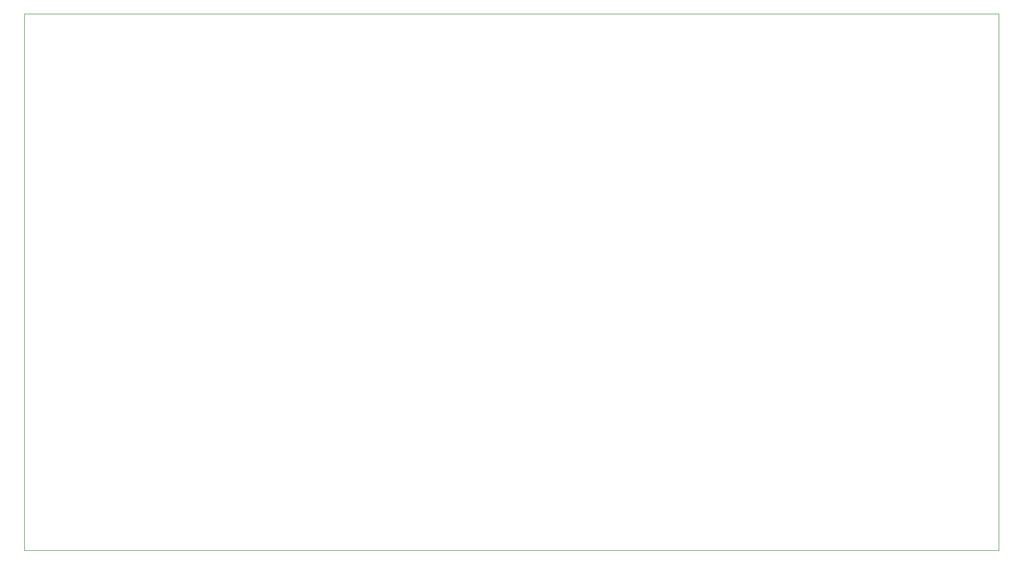
<source format=gbr>
G04 #@! TF.GenerationSoftware,KiCad,Pcbnew,5.0.2-bee76a0~70~ubuntu18.04.1*
G04 #@! TF.CreationDate,2019-07-03T11:01:47+02:00*
G04 #@! TF.ProjectId,stepper_control,73746570-7065-4725-9f63-6f6e74726f6c,rev?*
G04 #@! TF.SameCoordinates,Original*
G04 #@! TF.FileFunction,Profile,NP*
%FSLAX46Y46*%
G04 Gerber Fmt 4.6, Leading zero omitted, Abs format (unit mm)*
G04 Created by KiCad (PCBNEW 5.0.2-bee76a0~70~ubuntu18.04.1) date Mi 03 Jul 2019 11:01:47 CEST*
%MOMM*%
%LPD*%
G01*
G04 APERTURE LIST*
%ADD10C,0.050000*%
G04 APERTURE END LIST*
D10*
X1000000Y0D02*
X0Y0D01*
X0Y-86000000D02*
X0Y0D01*
X156000000Y-86000000D02*
X0Y-86000000D01*
X156000000Y0D02*
X156000000Y-86000000D01*
X1000000Y0D02*
X156000000Y0D01*
M02*

</source>
